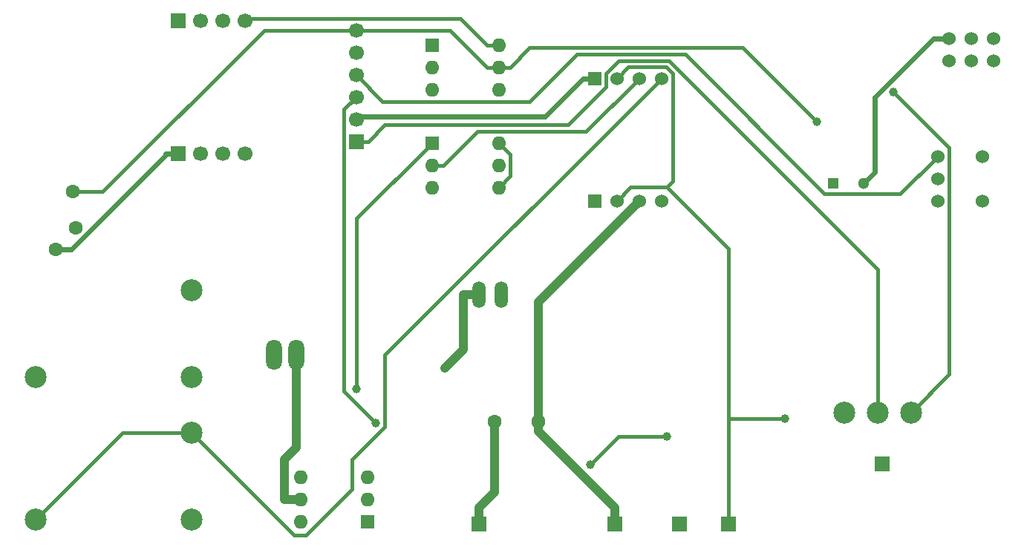
<source format=gbr>
G04 #@! TF.FileFunction,Copper,L2,Bot,Signal*
%FSLAX46Y46*%
G04 Gerber Fmt 4.6, Leading zero omitted, Abs format (unit mm)*
G04 Created by KiCad (PCBNEW 4.0.6-e0-6349~53~ubuntu14.04.1) date Tue Apr 11 14:29:56 2017*
%MOMM*%
%LPD*%
G01*
G04 APERTURE LIST*
%ADD10C,0.100000*%
%ADD11C,1.524000*%
%ADD12R,1.524000X1.524000*%
%ADD13R,1.600000X1.600000*%
%ADD14O,1.600000X1.600000*%
%ADD15C,2.500000*%
%ADD16C,1.600000*%
%ADD17C,1.300000*%
%ADD18R,1.300000X1.300000*%
%ADD19C,1.700000*%
%ADD20R,1.700000X1.700000*%
%ADD21O,1.506220X3.014980*%
%ADD22O,1.800860X3.500120*%
%ADD23C,1.000000*%
%ADD24C,0.600000*%
%ADD25C,1.000000*%
%ADD26C,0.450000*%
G04 APERTURE END LIST*
D10*
D11*
X170434000Y-90932000D03*
X167894000Y-90932000D03*
X165354000Y-90932000D03*
X165354000Y-88392000D03*
X167894000Y-88392000D03*
X170434000Y-88392000D03*
X164084000Y-106934000D03*
X169164000Y-106934000D03*
X164084000Y-104394000D03*
X164084000Y-101854000D03*
X169164000Y-101854000D03*
D12*
X124968000Y-106934000D03*
D11*
X127508000Y-106934000D03*
X130048000Y-106934000D03*
X132588000Y-106934000D03*
D13*
X106426000Y-89154000D03*
D14*
X114046000Y-94234000D03*
X106426000Y-91694000D03*
X114046000Y-91694000D03*
X106426000Y-94234000D03*
X114046000Y-89154000D03*
D15*
X161036000Y-131064000D03*
X157226000Y-131064000D03*
X153416000Y-131064000D03*
D16*
X65800000Y-110000000D03*
X63500000Y-112500000D03*
X65500000Y-105900000D03*
D15*
X61214000Y-143256000D03*
X78994000Y-143256000D03*
X78994000Y-133350000D03*
X61214000Y-127000000D03*
X78994000Y-127000000D03*
X78994000Y-117094000D03*
D17*
X155646000Y-104902000D03*
D18*
X152146000Y-104902000D03*
D13*
X99060000Y-143510000D03*
D14*
X91440000Y-138430000D03*
X99060000Y-140970000D03*
X91440000Y-140970000D03*
X99060000Y-138430000D03*
X91440000Y-143510000D03*
D12*
X124968000Y-92964000D03*
D11*
X127508000Y-92964000D03*
X130048000Y-92964000D03*
X132588000Y-92964000D03*
D13*
X106426000Y-100330000D03*
D14*
X114046000Y-105410000D03*
X106426000Y-102870000D03*
X114046000Y-102870000D03*
X106426000Y-105410000D03*
X114046000Y-100330000D03*
D19*
X85100000Y-86360000D03*
X85090000Y-101566000D03*
X82560000Y-86360000D03*
X80020000Y-86360000D03*
D20*
X77480000Y-86370000D03*
D19*
X82560000Y-101566000D03*
X80020000Y-101566000D03*
D20*
X77480000Y-101566000D03*
D19*
X97790000Y-87480000D03*
X97790000Y-90020000D03*
X97790000Y-92560000D03*
X97790000Y-95100000D03*
X97790000Y-97640000D03*
D20*
X97790000Y-100180000D03*
D21*
X114300000Y-117602000D03*
X111760000Y-117602000D03*
D22*
X90932000Y-124460000D03*
X88392000Y-124460000D03*
D16*
X113538000Y-132080000D03*
X118538000Y-132080000D03*
D20*
X140208000Y-143764000D03*
X157734000Y-136906000D03*
X111760000Y-143764000D03*
X134620000Y-143764000D03*
X127254000Y-143764000D03*
D23*
X100024800Y-132274000D03*
X107918100Y-125984400D03*
X133254200Y-133826300D03*
X124513300Y-137026200D03*
X150290000Y-97909300D03*
X97859300Y-128373200D03*
X159012500Y-94546700D03*
X146655000Y-131737200D03*
D24*
X65294500Y-112500000D02*
X63500000Y-112500000D01*
X76049700Y-101744800D02*
X65294500Y-112500000D01*
X76049700Y-101566000D02*
X76049700Y-101744800D01*
X77480000Y-101566000D02*
X76049700Y-101566000D01*
X124968000Y-92964000D02*
X123625700Y-92964000D01*
X98140900Y-97289100D02*
X97790000Y-97640000D01*
X119300600Y-97289100D02*
X98140900Y-97289100D01*
X123625700Y-92964000D02*
X119300600Y-97289100D01*
X163639400Y-88392000D02*
X165354000Y-88392000D01*
X156879500Y-95151900D02*
X163639400Y-88392000D01*
X156879500Y-103668500D02*
X156879500Y-95151900D01*
X155646000Y-104902000D02*
X156879500Y-103668500D01*
D25*
X111760000Y-143764000D02*
X111760000Y-141913700D01*
X113538000Y-140135700D02*
X111760000Y-141913700D01*
X113538000Y-132080000D02*
X113538000Y-140135700D01*
D26*
X96423300Y-128672500D02*
X100024800Y-132274000D01*
X96423300Y-96466700D02*
X96423300Y-128672500D01*
X97790000Y-95100000D02*
X96423300Y-96466700D01*
X124004700Y-99007300D02*
X130048000Y-92964000D01*
X111594000Y-99007300D02*
X124004700Y-99007300D01*
X107731300Y-102870000D02*
X111594000Y-99007300D01*
X106426000Y-102870000D02*
X107731300Y-102870000D01*
D25*
X127254000Y-143764000D02*
X127254000Y-141913700D01*
X118538000Y-133197700D02*
X118538000Y-132080000D01*
X127254000Y-141913700D02*
X118538000Y-133197700D01*
X118538000Y-118444000D02*
X130048000Y-106934000D01*
X118538000Y-132080000D02*
X118538000Y-118444000D01*
X110006600Y-123895900D02*
X107918100Y-125984400D01*
X110006600Y-117602000D02*
X110006600Y-123895900D01*
X111760000Y-117602000D02*
X110006600Y-117602000D01*
D26*
X127713200Y-133826300D02*
X133254200Y-133826300D01*
X124513300Y-137026200D02*
X127713200Y-133826300D01*
X71120000Y-133350000D02*
X61214000Y-143256000D01*
X78994000Y-133350000D02*
X71120000Y-133350000D01*
X101030100Y-124521900D02*
X132588000Y-92964000D01*
X101030100Y-132690500D02*
X101030100Y-124521900D01*
X97319600Y-136401000D02*
X101030100Y-132690500D01*
X97319600Y-139788600D02*
X97319600Y-136401000D01*
X92068500Y-145039700D02*
X97319600Y-139788600D01*
X90683700Y-145039700D02*
X92068500Y-145039700D01*
X78994000Y-133350000D02*
X90683700Y-145039700D01*
X141852800Y-89472100D02*
X150290000Y-97909300D01*
X117573200Y-89472100D02*
X141852800Y-89472100D01*
X115351300Y-91694000D02*
X117573200Y-89472100D01*
X114046000Y-91694000D02*
X115351300Y-91694000D01*
X87299100Y-87480000D02*
X97790000Y-87480000D01*
X68879100Y-105900000D02*
X87299100Y-87480000D01*
X65500000Y-105900000D02*
X68879100Y-105900000D01*
X108526700Y-87480000D02*
X112740700Y-91694000D01*
X97790000Y-87480000D02*
X108526700Y-87480000D01*
X114046000Y-91694000D02*
X112740700Y-91694000D01*
D25*
X89639700Y-136391100D02*
X89639700Y-140970000D01*
X90932000Y-135098800D02*
X89639700Y-136391100D01*
X90932000Y-124460000D02*
X90932000Y-135098800D01*
X91440000Y-140970000D02*
X89639700Y-140970000D01*
D26*
X97859300Y-108896700D02*
X97859300Y-128373200D01*
X106426000Y-100330000D02*
X97859300Y-108896700D01*
X165376800Y-100911000D02*
X159012500Y-94546700D01*
X165376800Y-126723200D02*
X165376800Y-100911000D01*
X161036000Y-131064000D02*
X165376800Y-126723200D01*
X97790000Y-100180000D02*
X99145300Y-100180000D01*
X101048400Y-98276900D02*
X99145300Y-100180000D01*
X121919000Y-98276900D02*
X101048400Y-98276900D01*
X126235400Y-93960500D02*
X121919000Y-98276900D01*
X126235400Y-92435800D02*
X126235400Y-93960500D01*
X127734900Y-90936300D02*
X126235400Y-92435800D01*
X133430500Y-90936300D02*
X127734900Y-90936300D01*
X157226000Y-114731800D02*
X133430500Y-90936300D01*
X157226000Y-131064000D02*
X157226000Y-114731800D01*
X115357100Y-104098900D02*
X114046000Y-105410000D01*
X115357100Y-101641100D02*
X115357100Y-104098900D01*
X114046000Y-100330000D02*
X115357100Y-101641100D01*
X146655000Y-131737200D02*
X140208000Y-131737200D01*
X140208000Y-131737200D02*
X140208000Y-143764000D01*
X133864500Y-104672700D02*
X133172500Y-105364700D01*
X133864500Y-92403200D02*
X133864500Y-104672700D01*
X133128000Y-91666700D02*
X133864500Y-92403200D01*
X128805300Y-91666700D02*
X133128000Y-91666700D01*
X127508000Y-92964000D02*
X128805300Y-91666700D01*
X140208000Y-112400200D02*
X133172500Y-105364700D01*
X140208000Y-131737200D02*
X140208000Y-112400200D01*
X129077300Y-105364700D02*
X127508000Y-106934000D01*
X133172500Y-105364700D02*
X129077300Y-105364700D01*
X85350800Y-86109200D02*
X85100000Y-86360000D01*
X109695900Y-86109200D02*
X85350800Y-86109200D01*
X112740700Y-89154000D02*
X109695900Y-86109200D01*
X114046000Y-89154000D02*
X112740700Y-89154000D01*
X159835100Y-106102900D02*
X164084000Y-101854000D01*
X151201000Y-106102900D02*
X159835100Y-106102900D01*
X135300600Y-90202500D02*
X151201000Y-106102900D01*
X122951200Y-90202500D02*
X135300600Y-90202500D01*
X117558900Y-95594800D02*
X122951200Y-90202500D01*
X100824800Y-95594800D02*
X117558900Y-95594800D01*
X97790000Y-92560000D02*
X100824800Y-95594800D01*
M02*

</source>
